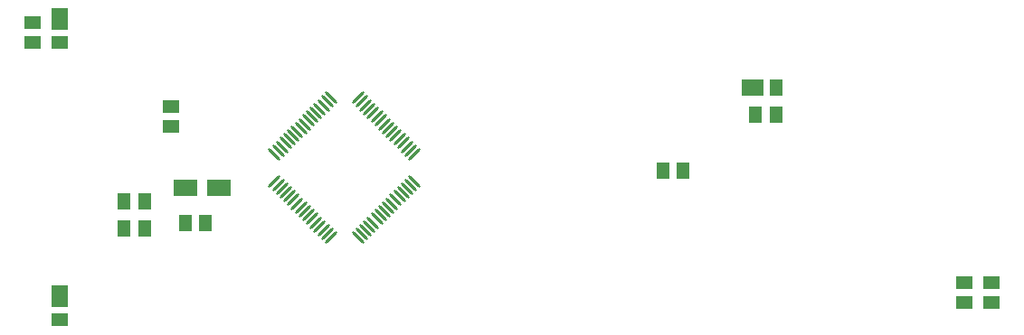
<source format=gtp>
%FSLAX25Y25*%
%MOIN*%
G70*
G01*
G75*
G04 Layer_Color=8421504*
%ADD10R,0.05118X0.05906*%
%ADD11R,0.08661X0.05906*%
%ADD12R,0.05906X0.05118*%
G04:AMPARAMS|DCode=13|XSize=9.84mil|YSize=61.02mil|CornerRadius=0mil|HoleSize=0mil|Usage=FLASHONLY|Rotation=45.000|XOffset=0mil|YOffset=0mil|HoleType=Round|Shape=Round|*
%AMOVALD13*
21,1,0.05118,0.00984,0.00000,0.00000,135.0*
1,1,0.00984,0.01810,-0.01810*
1,1,0.00984,-0.01810,0.01810*
%
%ADD13OVALD13*%

G04:AMPARAMS|DCode=14|XSize=9.84mil|YSize=61.02mil|CornerRadius=0mil|HoleSize=0mil|Usage=FLASHONLY|Rotation=315.000|XOffset=0mil|YOffset=0mil|HoleType=Round|Shape=Round|*
%AMOVALD14*
21,1,0.05118,0.00984,0.00000,0.00000,45.0*
1,1,0.00984,-0.01810,-0.01810*
1,1,0.00984,0.01810,0.01810*
%
%ADD14OVALD14*%

%ADD15R,0.08012X0.05906*%
%ADD16R,0.05906X0.08012*%
%ADD17C,0.03937*%
%ADD18C,0.01000*%
%ADD19C,0.06000*%
%ADD20R,0.05906X0.05906*%
%ADD21C,0.05906*%
%ADD22C,0.07087*%
%ADD23R,0.05906X0.05906*%
%ADD24C,0.05512*%
%ADD25C,0.02756*%
G04:AMPARAMS|DCode=26|XSize=59.06mil|YSize=51.18mil|CornerRadius=0mil|HoleSize=0mil|Usage=FLASHONLY|Rotation=315.000|XOffset=0mil|YOffset=0mil|HoleType=Round|Shape=Rectangle|*
%AMROTATEDRECTD26*
4,1,4,-0.03897,0.00278,-0.00278,0.03897,0.03897,-0.00278,0.00278,-0.03897,-0.03897,0.00278,0.0*
%
%ADD26ROTATEDRECTD26*%

G04:AMPARAMS|DCode=27|XSize=59.06mil|YSize=51.18mil|CornerRadius=0mil|HoleSize=0mil|Usage=FLASHONLY|Rotation=45.000|XOffset=0mil|YOffset=0mil|HoleType=Round|Shape=Rectangle|*
%AMROTATEDRECTD27*
4,1,4,-0.00278,-0.03897,-0.03897,-0.00278,0.00278,0.03897,0.03897,0.00278,-0.00278,-0.03897,0.0*
%
%ADD27ROTATEDRECTD27*%

%ADD28R,0.05906X0.08661*%
%ADD29R,0.03740X0.07480*%
%ADD30R,0.21654X0.27165*%
%ADD31R,0.07874X0.05118*%
%ADD32C,0.03740*%
%ADD33C,0.02362*%
%ADD34C,0.00394*%
%ADD35C,0.00787*%
%ADD36C,0.00800*%
%ADD37C,0.00100*%
%ADD38C,0.00591*%
%ADD39R,0.04000X0.04000*%
D10*
X100260Y103500D02*
D03*
X107740D02*
D03*
X107740Y93500D02*
D03*
X100260D02*
D03*
X122760Y95500D02*
D03*
X130240D02*
D03*
X298760Y115000D02*
D03*
X306240D02*
D03*
X340500Y135571D02*
D03*
X333020D02*
D03*
X340500Y145571D02*
D03*
D11*
X122898Y108500D02*
D03*
X135102D02*
D03*
D12*
X420000Y73740D02*
D03*
Y66260D02*
D03*
X117500Y131260D02*
D03*
Y138740D02*
D03*
X410000Y73740D02*
D03*
Y66260D02*
D03*
X66500Y169740D02*
D03*
Y162260D02*
D03*
X76500D02*
D03*
Y59760D02*
D03*
D13*
X176559Y141821D02*
D03*
X175167Y140429D02*
D03*
X173775Y139037D02*
D03*
X172383Y137645D02*
D03*
X170991Y136253D02*
D03*
X169599Y134861D02*
D03*
X168207Y133469D02*
D03*
X166815Y132077D02*
D03*
X165423Y130685D02*
D03*
X164031Y129293D02*
D03*
X162639Y127901D02*
D03*
X161247Y126509D02*
D03*
X159855Y125117D02*
D03*
X158463Y123725D02*
D03*
X157071Y122333D02*
D03*
X155679Y120941D02*
D03*
X186441Y90179D02*
D03*
X187833Y91571D02*
D03*
X189225Y92963D02*
D03*
X190617Y94355D02*
D03*
X192009Y95747D02*
D03*
X193401Y97139D02*
D03*
X194793Y98531D02*
D03*
X196185Y99923D02*
D03*
X197577Y101315D02*
D03*
X198969Y102707D02*
D03*
X200361Y104099D02*
D03*
X201753Y105491D02*
D03*
X203145Y106883D02*
D03*
X204537Y108275D02*
D03*
X205929Y109667D02*
D03*
X207321Y111059D02*
D03*
D14*
X155679Y111059D02*
D03*
X157071Y109667D02*
D03*
X158463Y108275D02*
D03*
X159855Y106883D02*
D03*
X161247Y105491D02*
D03*
X162639Y104099D02*
D03*
X164031Y102707D02*
D03*
X165423Y101315D02*
D03*
X166815Y99923D02*
D03*
X168207Y98531D02*
D03*
X169599Y97139D02*
D03*
X170991Y95747D02*
D03*
X172383Y94355D02*
D03*
X173775Y92963D02*
D03*
X175167Y91571D02*
D03*
X176559Y90179D02*
D03*
X207321Y120941D02*
D03*
X205929Y122333D02*
D03*
X204537Y123725D02*
D03*
X203145Y125117D02*
D03*
X201753Y126509D02*
D03*
X200361Y127901D02*
D03*
X198969Y129293D02*
D03*
X197577Y130685D02*
D03*
X196185Y132077D02*
D03*
X194793Y133469D02*
D03*
X193401Y134861D02*
D03*
X192009Y136253D02*
D03*
X190617Y137645D02*
D03*
X189225Y139037D02*
D03*
X187833Y140429D02*
D03*
X186441Y141821D02*
D03*
D15*
X331820Y145571D02*
D03*
D16*
X76500Y170940D02*
D03*
Y68440D02*
D03*
M02*

</source>
